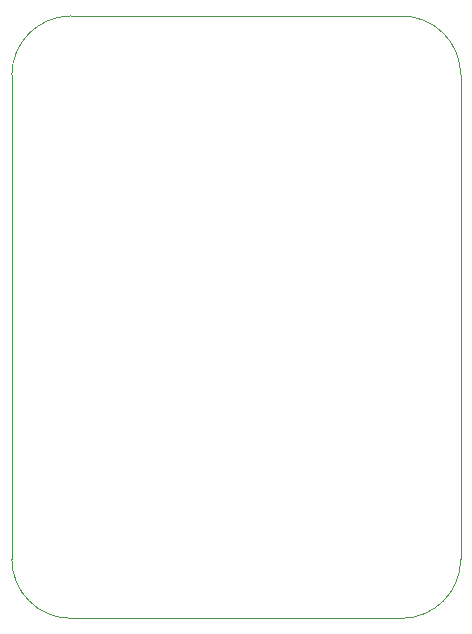
<source format=gbr>
%TF.GenerationSoftware,KiCad,Pcbnew,(6.0.9)*%
%TF.CreationDate,2022-11-26T13:39:16+01:00*%
%TF.ProjectId,backbone,6261636b-626f-46e6-952e-6b696361645f,rev?*%
%TF.SameCoordinates,Original*%
%TF.FileFunction,Profile,NP*%
%FSLAX46Y46*%
G04 Gerber Fmt 4.6, Leading zero omitted, Abs format (unit mm)*
G04 Created by KiCad (PCBNEW (6.0.9)) date 2022-11-26 13:39:16*
%MOMM*%
%LPD*%
G01*
G04 APERTURE LIST*
%TA.AperFunction,Profile*%
%ADD10C,0.100000*%
%TD*%
G04 APERTURE END LIST*
D10*
X140000000Y-115000000D02*
G75*
G03*
X145000000Y-120000000I5000000J0D01*
G01*
X173000000Y-120000000D02*
X145000000Y-120000000D01*
X173000000Y-120000000D02*
G75*
G03*
X178000000Y-115000000I0J5000000D01*
G01*
X178000000Y-74000000D02*
G75*
G03*
X173000000Y-69000000I-5000000J0D01*
G01*
X140000000Y-115000000D02*
X140000000Y-74000000D01*
X145000000Y-69000000D02*
X173000000Y-69000000D01*
X178000000Y-74000000D02*
X178000000Y-115000000D01*
X145000000Y-69000000D02*
G75*
G03*
X140000000Y-74000000I0J-5000000D01*
G01*
M02*

</source>
